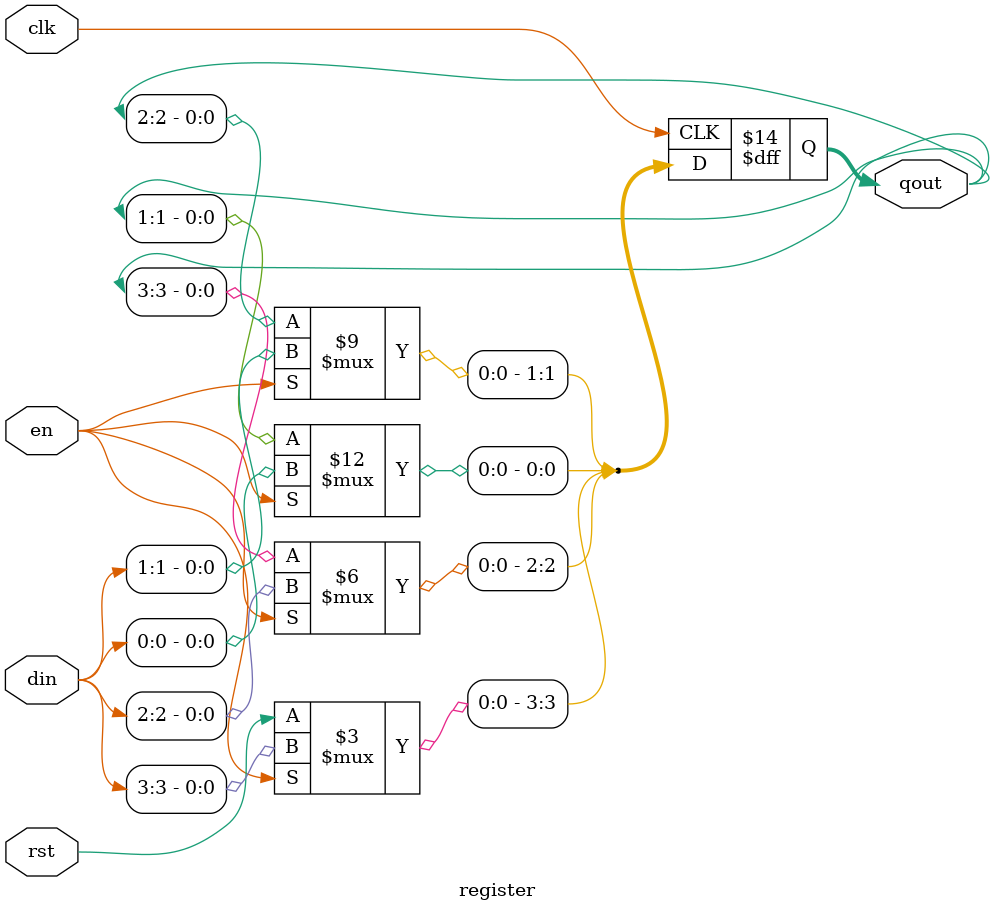
<source format=v>
`timescale 1ns / 1ps
module register(
    input rst,
    input clk,
    input en,
    input [3:0] din,
    output [3:0] qout
    );
reg [3:0] qout;
always @(posedge clk)
if(en) qout <=din;
else begin qout[0]<=qout[1];qout[1]<=qout[2];qout[2]<=qout[3];qout[3]<=rst;end

endmodule

</source>
